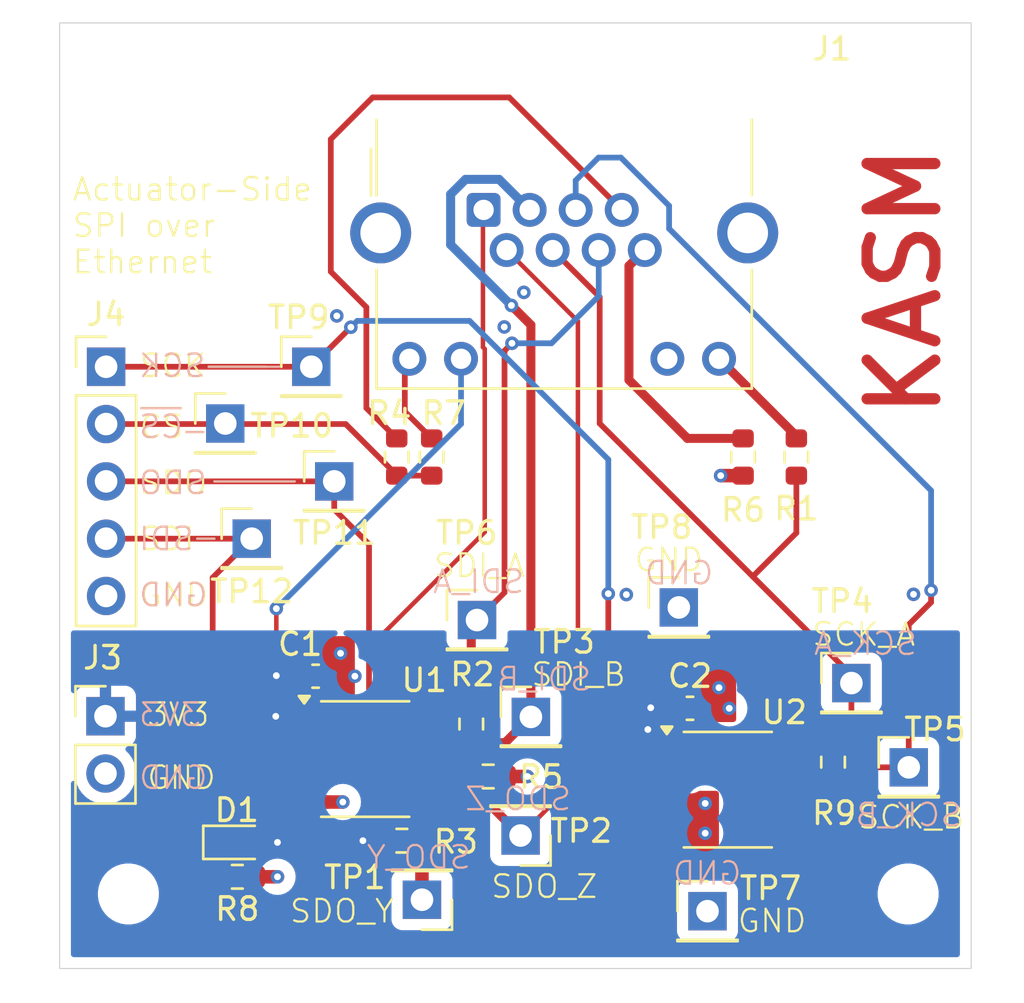
<source format=kicad_pcb>
(kicad_pcb (version 20240108) (generator "pcbnew") (generator_version "8.0")
  (layers (0 "F.Cu" signal) (1 "In1.Cu" signal) (2 "In2.Cu" signal) (31 "B.Cu" signal) (34 "B.Paste" user) (35 "F.Paste" user) (36 "B.SilkS" user "B.Silkscreen") (37 "F.SilkS" user "F.Silkscreen") (38 "B.Mask" user) (39 "F.Mask" user) (44 "Edge.Cuts" user))
  (net 0 "")
  (net 1 "+3V3")
  (net 2 "GND")
  (net 3 "Net-(J1-Pad8)")
  (net 4 "/SPI1_SDO_Z")
  (net 5 "/SPI1_SDI_A")
  (net 6 "/SPI1_SDI_B")
  (net 7 "Net-(J1-Pad9)")
  (net 8 "Net-(J1-Pad12)")
  (net 9 "Net-(J1-Pad7)")
  (net 10 "/SPI1_SDO_Y")
  (net 11 "/SPI1_SCK_A")
  (net 12 "/SPI1_~{CS}")
  (net 13 "/SPI1_SCK_B")
  (net 14 "/SPI1_SDO")
  (net 15 "/SPI1_SDI")
  (net 17 "/SPI1_SCK")
  (net 19 "Net-(D1-K)")
  (footprint "Resistor_SMD:R_0603_1608Metric" (layer "F.Cu") (at 126.4412 85.4324 -90)
    (property "Reference" "R2" (at -2.1966 -0.0508 180) (layer "F.SilkS"))
    (property "Value" "110")
    (fp_line (start -0.237258 0.5225) (end 0.237258 0.5225) (stroke (width 0.12)) (layer "F.SilkS"))
    (fp_line (start -0.237258 -0.5225) (end 0.237258 -0.5225) (stroke (width 0.12)) (layer "F.SilkS"))
    (pad "1" smd roundrect (at -0.825 0 270) (size 0.8 0.95) (layers "F.Cu" "F.Paste" "F.Mask") (net 5 "/SPI1_SDI_A"))
    (pad "2" smd roundrect (at 0.825 0 270) (size 0.8 0.95) (layers "F.Cu" "F.Paste" "F.Mask") (net 6 "/SPI1_SDI_B"))
  )
  (footprint "Resistor_SMD:R_0603_1608Metric" (layer "F.Cu") (at 138.4828 73.597 90)
    (property "Reference" "R6" (at -2.349 0 0) (layer "F.SilkS"))
    (property "Value" "0")
    (fp_line (start -0.237258 -0.5225) (end 0.237258 -0.5225) (stroke (width 0.12)) (layer "F.SilkS"))
    (fp_line (start -0.237258 0.5225) (end 0.237258 0.5225) (stroke (width 0.12)) (layer "F.SilkS"))
    (pad "1" smd roundrect (at -0.825 0 90) (size 0.8 0.95) (layers "F.Cu" "F.Paste" "F.Mask") (net 2 "GND"))
    (pad "2" smd roundrect (at 0.825 0 90) (size 0.8 0.95) (layers "F.Cu" "F.Paste" "F.Mask") (net 3 "Net-(J1-Pad8)"))
  )
  (footprint "Connector_PinHeader_2.54mm:PinHeader_1x01_P2.54mm_Vertical" (layer "F.Cu") (at 128.6256 90.3732 180)
    (property "Reference" "TP2" (at -2.6924 0.2032 180) (layer "F.SilkS"))
    (property "Value" "TestPoint")
    (fp_line (start 1.33 1.27) (end 1.33 1.33) (stroke (width 0.12)) (layer "F.SilkS"))
    (fp_line (start -1.33 1.33) (end 1.33 1.33) (stroke (width 0.12)) (layer "F.SilkS"))
    (fp_line (start -1.33 1.27) (end 1.33 1.27) (stroke (width 0.12)) (layer "F.SilkS"))
    (fp_line (start -1.33 1.27) (end -1.33 1.33) (stroke (width 0.12)) (layer "F.SilkS"))
    (fp_line (start -1.33 0) (end -1.33 -1.33) (stroke (width 0.12)) (layer "F.SilkS"))
    (fp_line (start -1.33 -1.33) (end 0 -1.33) (stroke (width 0.12)) (layer "F.SilkS"))
    (pad "1" thru_hole rect (at 0 0 180) (size 1.7 1.7) (drill 1) (layers "*.Cu" "*.Mask") (net 4 "/SPI1_SDO_Z"))
  )
  (footprint "Connector_PinHeader_2.54mm:PinHeader_1x01_P2.54mm_Vertical" (layer "F.Cu") (at 124.2568 93.218 180)
    (property "Reference" "TP1" (at 2.9718 0.9906 180) (layer "F.SilkS"))
    (property "Value" "TestPoint")
    (fp_line (start 1.33 1.27) (end 1.33 1.33) (stroke (width 0.12)) (layer "F.SilkS"))
    (fp_line (start -1.33 1.33) (end 1.33 1.33) (stroke (width 0.12)) (layer "F.SilkS"))
    (fp_line (start -1.33 1.27) (end 1.33 1.27) (stroke (width 0.12)) (layer "F.SilkS"))
    (fp_line (start -1.33 1.27) (end -1.33 1.33) (stroke (width 0.12)) (layer "F.SilkS"))
    (fp_line (start -1.33 0) (end -1.33 -1.33) (stroke (width 0.12)) (layer "F.SilkS"))
    (fp_line (start -1.33 -1.33) (end 0 -1.33) (stroke (width 0.12)) (layer "F.SilkS"))
    (pad "1" thru_hole rect (at 0 0 180) (size 1.7 1.7) (drill 1) (layers "*.Cu" "*.Mask") (net 10 "/SPI1_SDO_Y"))
  )
  (footprint "Capacitor_SMD:C_0603_1608Metric" (layer "F.Cu") (at 136.1316 84.7344)
    (property "Reference" "C2" (at 0 -1.43 0) (layer "F.SilkS"))
    (property "Value" "100nF")
    (fp_line (start -0.14058 -0.51) (end 0.14058 -0.51) (stroke (width 0.12)) (layer "F.SilkS"))
    (fp_line (start -0.14058 0.51) (end 0.14058 0.51) (stroke (width 0.12)) (layer "F.SilkS"))
    (pad "1" smd roundrect (at -0.775 0) (size 0.9 0.95) (layers "F.Cu" "F.Paste" "F.Mask") (net 1 "+3V3"))
    (pad "2" smd roundrect (at 0.775 0) (size 0.9 0.95) (layers "F.Cu" "F.Paste" "F.Mask") (net 2 "GND"))
  )
  (footprint "Package_SO:SOIC-8_3.9x4.9mm_P1.27mm" (layer "F.Cu") (at 121.7422 86.9838)
    (property "Reference" "U1" (at 2.6162 -3.494 0) (layer "F.SilkS"))
    (property "Value" "SP3077EEN")
    (fp_line (start 0 -2.56) (end -1.95 -2.56) (stroke (width 0.12)) (layer "F.SilkS"))
    (fp_line (start 0 -2.56) (end 1.95 -2.56) (stroke (width 0.12)) (layer "F.SilkS"))
    (fp_line (start 0 2.56) (end -1.95 2.56) (stroke (width 0.12)) (layer "F.SilkS"))
    (fp_line (start 0 2.56) (end 1.95 2.56) (stroke (width 0.12)) (layer "F.SilkS"))
    (fp_poly (pts (xy -2.7 -2.465) (xy -2.94 -2.795) (xy -2.46 -2.795) (xy -2.7 -2.465)) (stroke (width 0.12)) (fill solid) (layer "F.SilkS"))
    (pad "1" smd roundrect (at -2.475 -1.905) (size 1.95 0.6) (layers "F.Cu" "F.Paste" "F.Mask") (net 1 "+3V3"))
    (pad "2" smd roundrect (at -2.475 -0.635) (size 1.95 0.6) (layers "F.Cu" "F.Paste" "F.Mask") (net 15 "/SPI1_SDI"))
    (pad "3" smd roundrect (at -2.475 0.635) (size 1.95 0.6) (layers "F.Cu" "F.Paste" "F.Mask") (net 14 "/SPI1_SDO"))
    (pad "4" smd roundrect (at -2.475 1.905) (size 1.95 0.6) (layers "F.Cu" "F.Paste" "F.Mask") (net 2 "GND"))
    (pad "5" smd roundrect (at 2.475 1.905) (size 1.95 0.6) (layers "F.Cu" "F.Paste" "F.Mask") (net 10 "/SPI1_SDO_Y"))
    (pad "6" smd roundrect (at 2.475 0.635) (size 1.95 0.6) (layers "F.Cu" "F.Paste" "F.Mask") (net 4 "/SPI1_SDO_Z"))
    (pad "7" smd roundrect (at 2.475 -0.635) (size 1.95 0.6) (layers "F.Cu" "F.Paste" "F.Mask") (net 6 "/SPI1_SDI_B"))
    (pad "8" smd roundrect (at 2.475 -1.905) (size 1.95 0.6) (layers "F.Cu" "F.Paste" "F.Mask") (net 5 "/SPI1_SDI_A"))
  )
  (footprint "Connector_PinHeader_2.54mm:PinHeader_1x01_P2.54mm_Vertical" (layer "F.Cu") (at 119.3546 69.596)
    (property "Reference" "TP9" (at -0.5588 -2.1844 0) (layer "F.SilkS"))
    (property "Value" "TestPoint")
    (fp_line (start -1.33 -1.33) (end 0 -1.33) (stroke (width 0.12)) (layer "F.SilkS"))
    (fp_line (start -1.33 0) (end -1.33 -1.33) (stroke (width 0.12)) (layer "F.SilkS"))
    (fp_line (start -1.33 1.27) (end -1.33 1.33) (stroke (width 0.12)) (layer "F.SilkS"))
    (fp_line (start -1.33 1.27) (end 1.33 1.27) (stroke (width 0.12)) (layer "F.SilkS"))
    (fp_line (start -1.33 1.33) (end 1.33 1.33) (stroke (width 0.12)) (layer "F.SilkS"))
    (fp_line (start 1.33 1.27) (end 1.33 1.33) (stroke (width 0.12)) (layer "F.SilkS"))
    (pad "1" thru_hole rect (at 0 0) (size 1.7 1.7) (drill 1) (layers "*.Cu" "*.Mask") (net 17 "/SPI1_SCK"))
  )
  (footprint "Connector_PinHeader_2.54mm:PinHeader_1x01_P2.54mm_Vertical" (layer "F.Cu") (at 115.5446 72.1106)
    (property "Reference" "TP10" (at 2.9464 0.1016 0) (layer "F.SilkS"))
    (property "Value" "TestPoint")
    (fp_line (start -1.33 -1.33) (end 0 -1.33) (stroke (width 0.12)) (layer "F.SilkS"))
    (fp_line (start -1.33 0) (end -1.33 -1.33) (stroke (width 0.12)) (layer "F.SilkS"))
    (fp_line (start -1.33 1.27) (end -1.33 1.33) (stroke (width 0.12)) (layer "F.SilkS"))
    (fp_line (start -1.33 1.27) (end 1.33 1.27) (stroke (width 0.12)) (layer "F.SilkS"))
    (fp_line (start -1.33 1.33) (end 1.33 1.33) (stroke (width 0.12)) (layer "F.SilkS"))
    (fp_line (start 1.33 1.27) (end 1.33 1.33) (stroke (width 0.12)) (layer "F.SilkS"))
    (pad "1" thru_hole rect (at 0 0) (size 1.7 1.7) (drill 1) (layers "*.Cu" "*.Mask") (net 12 "/SPI1_~{CS}"))
  )
  (footprint "LED_SMD:LED_0603_1608Metric" (layer "F.Cu") (at 116.0525 90.678)
    (property "Reference" "D1" (at 0 -1.43 0) (layer "F.SilkS"))
    (property "Value" "Yellow")
    (fp_line (start -1.485 -0.735) (end -1.485 0.735) (stroke (width 0.12)) (layer "F.SilkS"))
    (fp_line (start -1.485 0.735) (end 0.8 0.735) (stroke (width 0.12)) (layer "F.SilkS"))
    (fp_line (start 0.8 -0.735) (end -1.485 -0.735) (stroke (width 0.12)) (layer "F.SilkS"))
    (pad "1" smd roundrect (at -0.7875 0) (size 0.875 0.95) (layers "F.Cu" "F.Paste" "F.Mask") (net 19 "Net-(D1-K)"))
    (pad "2" smd roundrect (at 0.7875 0) (size 0.875 0.95) (layers "F.Cu" "F.Paste" "F.Mask") (net 1 "+3V3"))
  )
  (footprint "MountingHole:MountingHole_2.2mm_M2" (layer "F.Cu") (at 145.796 92.964)
    (property "Reference" "H4" (hide yes))
    (property "Value" "MountingHole")
    (pad "" np_thru_hole circle (at 0 0) (size 2.2 2.2) (drill 2.2) (layers "*.Cu" "*.Mask"))
  )
  (footprint "Connector_PinHeader_2.54mm:PinHeader_1x01_P2.54mm_Vertical" (layer "F.Cu") (at 129.0828 85.1154)
    (property "Reference" "TP3" (at 1.4732 -3.3274 0) (layer "F.SilkS"))
    (property "Value" "TestPoint")
    (fp_line (start -1.33 -1.33) (end 0 -1.33) (stroke (width 0.12)) (layer "F.SilkS"))
    (fp_line (start -1.33 0) (end -1.33 -1.33) (stroke (width 0.12)) (layer "F.SilkS"))
    (fp_line (start -1.33 1.27) (end -1.33 1.33) (stroke (width 0.12)) (layer "F.SilkS"))
    (fp_line (start -1.33 1.27) (end 1.33 1.27) (stroke (width 0.12)) (layer "F.SilkS"))
    (fp_line (start -1.33 1.33) (end 1.33 1.33) (stroke (width 0.12)) (layer "F.SilkS"))
    (fp_line (start 1.33 1.27) (end 1.33 1.33) (stroke (width 0.12)) (layer "F.SilkS"))
    (pad "1" thru_hole rect (at 0 0) (size 1.7 1.7) (drill 1) (layers "*.Cu" "*.Mask") (net 6 "/SPI1_SDI_B"))
  )
  (footprint "MountingHole:MountingHole_2.2mm_M2" (layer "F.Cu") (at 111.252 92.964)
    (property "Reference" "H1" (hide yes))
    (property "Value" "MountingHole")
    (pad "" np_thru_hole circle (at 0 0) (size 2.2 2.2) (drill 2.2) (layers "*.Cu" "*.Mask"))
  )
  (footprint "Connector_PinHeader_2.54mm:PinHeader_1x01_P2.54mm_Vertical" (layer "F.Cu") (at 116.713 77.216)
    (property "Reference" "TP12" (at 0 2.3368 0) (layer "F.SilkS"))
    (property "Value" "TestPoint")
    (fp_line (start -1.33 -1.33) (end 0 -1.33) (stroke (width 0.12)) (layer "F.SilkS"))
    (fp_line (start -1.33 0) (end -1.33 -1.33) (stroke (width 0.12)) (layer "F.SilkS"))
    (fp_line (start -1.33 1.27) (end -1.33 1.33) (stroke (width 0.12)) (layer "F.SilkS"))
    (fp_line (start -1.33 1.27) (end 1.33 1.27) (stroke (width 0.12)) (layer "F.SilkS"))
    (fp_line (start -1.33 1.33) (end 1.33 1.33) (stroke (width 0.12)) (layer "F.SilkS"))
    (fp_line (start 1.33 1.27) (end 1.33 1.33) (stroke (width 0.12)) (layer "F.SilkS"))
    (pad "1" thru_hole rect (at 0 0) (size 1.7 1.7) (drill 1) (layers "*.Cu" "*.Mask") (net 15 "/SPI1_SDI"))
  )
  (footprint "MountingHole:MountingHole_2.2mm_M2" (layer "F.Cu") (at 111.252 57.404)
    (property "Reference" "H3" (hide yes))
    (property "Value" "MountingHole")
    (pad "" np_thru_hole circle (at 0 0) (size 2.2 2.2) (drill 2.2) (layers "*.Cu" "*.Mask"))
  )
  (footprint "Connector_PinHeader_2.54mm:PinHeader_1x01_P2.54mm_Vertical" (layer "F.Cu") (at 120.3706 74.676)
    (property "Reference" "TP11" (at 0 2.286 0) (layer "F.SilkS"))
    (property "Value" "TestPoint")
    (fp_line (start -1.33 -1.33) (end 0 -1.33) (stroke (width 0.12)) (layer "F.SilkS"))
    (fp_line (start -1.33 0) (end -1.33 -1.33) (stroke (width 0.12)) (layer "F.SilkS"))
    (fp_line (start -1.33 1.27) (end -1.33 1.33) (stroke (width 0.12)) (layer "F.SilkS"))
    (fp_line (start -1.33 1.27) (end 1.33 1.27) (stroke (width 0.12)) (layer "F.SilkS"))
    (fp_line (start -1.33 1.33) (end 1.33 1.33) (stroke (width 0.12)) (layer "F.SilkS"))
    (fp_line (start 1.33 1.27) (end 1.33 1.33) (stroke (width 0.12)) (layer "F.SilkS"))
    (pad "1" thru_hole rect (at 0 0) (size 1.7 1.7) (drill 1) (layers "*.Cu" "*.Mask") (net 14 "/SPI1_SDO"))
  )
  (footprint "Connector_RJ:RJ45_Connfly_DS1128-09-S8xx-S_Horizontal" (layer "F.Cu") (at 126.988 62.6434)
    (property "Reference" "J1" (at 15.4298 -7.1444 0) (layer "F.SilkS"))
    (property "Value" "RJ45_LED")
    (fp_line (start -4.99 -0.64) (end -4.99 -2.71) (stroke (width 0.12)) (layer "F.SilkS"))
    (fp_line (start -4.74 -0.64) (end -4.74 -4) (stroke (width 0.12)) (layer "F.SilkS"))
    (fp_line (start -4.74 7.92) (end -4.74 2.66) (stroke (width 0.12)) (layer "F.SilkS"))
    (fp_line (start 11.88 -4) (end 11.88 -0.65) (stroke (width 0.12)) (layer "F.SilkS"))
    (fp_line (start 11.88 2.66) (end 11.88 7.92) (stroke (width 0.12)) (layer "F.SilkS"))
    (fp_line (start 11.88 7.92) (end -4.74 7.92) (stroke (width 0.12)) (layer "F.SilkS"))
    (pad "" np_thru_hole circle (at -2.78 -2.54 180) (size 3.25 3.25) (drill 3.25) (layers "F&B.Cu" "*.Mask"))
    (pad "" np_thru_hole circle (at 9.92 -2.54 180) (size 3.25 3.25) (drill 3.25) (layers "F&B.Cu" "*.Mask"))
    (pad "1" thru_hole roundrect (at 0 0 180) (size 1.5 1.5) (drill 0.9) (layers "*.Cu" "*.Mask") (roundrect_rratio 0.1666666667) (net 10 "/SPI1_SDO_Y"))
    (pad "2" thru_hole circle (at 1.02 1.78 180) (size 1.5 1.5) (drill 0.9) (layers "*.Cu" "*.Mask") (net 4 "/SPI1_SDO_Z"))
    (pad "3" thru_hole circle (at 2.04 0 180) (size 1.5 1.5) (drill 0.9) (layers "*.Cu" "*.Mask") (net 6 "/SPI1_SDI_B"))
    (pad "4" thru_hole circle (at 3.06 1.78 180) (size 1.5 1.5) (drill 0.9) (layers "*.Cu" "*.Mask") (net 11 "/SPI1_SCK_A"))
    (pad "5" thru_hole circle (at 4.08 0 180) (size 1.5 1.5) (drill 0.9) (layers "*.Cu" "*.Mask") (net 13 "/SPI1_SCK_B"))
    (pad "6" thru_hole circle (at 5.1 1.78 180) (size 1.5 1.5) (drill 0.9) (layers "*.Cu" "*.Mask") (net 5 "/SPI1_SDI_A"))
    (pad "7" thru_hole circle (at 6.12 0 180) (size 1.5 1.5) (drill 0.9) (layers "*.Cu" "*.Mask") (net 9 "Net-(J1-Pad7)"))
    (pad "8" thru_hole circle (at 7.14 1.78 180) (size 1.5 1.5) (drill 0.9) (layers "*.Cu" "*.Mask") (net 3 "Net-(J1-Pad8)"))
    (pad "9" thru_hole circle (at -3.29 6.6 180) (size 1.5 1.5) (drill 0.9) (layers "*.Cu" "*.Mask") (net 7 "Net-(J1-Pad9)"))
    (pad "10" thru_hole circle (at -1 6.6 180) (size 1.5 1.5) (drill 0.9) (layers "*.Cu" "*.Mask") (net 1 "+3V3"))
    (pad "11" thru_hole circle (at 8.14 6.6 180) (size 1.5 1.5) (drill 0.9) (layers "*.Cu" "*.Mask") (net 2 "GND"))
    (pad "12" thru_hole circle (at 10.43 6.6 180) (size 1.5 1.5) (drill 0.9) (layers "*.Cu" "*.Mask") (net 8 "Net-(J1-Pad12)"))
    (pad "SH" thru_hole circle (at -4.56 1.02 180) (size 2.7 2.7) (drill 1.8) (layers "*.Cu" "*.Mask") (net 2 "GND"))
    (pad "SH" thru_hole circle (at 11.7 1.02 180) (size 2.7 2.7) (drill 1.8) (layers "*.Cu" "*.Mask") (net 2 "GND"))
  )
  (footprint "Resistor_SMD:R_0603_1608Metric" (layer "F.Cu") (at 123.1392 73.597 -90)
    (property "Reference" "R4" (at -1.9436 0.3302 180) (layer "F.SilkS"))
    (property "Value" "0")
    (fp_line (start -0.237258 0.5225) (end 0.237258 0.5225) (stroke (width 0.12)) (layer "F.SilkS"))
    (fp_line (start -0.237258 -0.5225) (end 0.237258 -0.5225) (stroke (width 0.12)) (layer "F.SilkS"))
    (pad "1" smd roundrect (at -0.825 0 270) (size 0.8 0.95) (layers "F.Cu" "F.Paste" "F.Mask") (net 9 "Net-(J1-Pad7)"))
    (pad "2" smd roundrect (at 0.825 0 270) (size 0.8 0.95) (layers "F.Cu" "F.Paste" "F.Mask") (net 12 "/SPI1_~{CS}"))
  )
  (footprint "Connector_PinHeader_2.54mm:PinHeader_1x01_P2.54mm_Vertical" (layer "F.Cu") (at 126.6952 80.8228)
    (property "Reference" "TP6" (at -0.4572 -3.8608 0) (layer "F.SilkS"))
    (property "Value" "TestPoint")
    (fp_line (start -1.33 -1.33) (end 0 -1.33) (stroke (width 0.12)) (layer "F.SilkS"))
    (fp_line (start -1.33 0) (end -1.33 -1.33) (stroke (width 0.12)) (layer "F.SilkS"))
    (fp_line (start -1.33 1.27) (end -1.33 1.33) (stroke (width 0.12)) (layer "F.SilkS"))
    (fp_line (start -1.33 1.27) (end 1.33 1.27) (stroke (width 0.12)) (layer "F.SilkS"))
    (fp_line (start -1.33 1.33) (end 1.33 1.33) (stroke (width 0.12)) (layer "F.SilkS"))
    (fp_line (start 1.33 1.27) (end 1.33 1.33) (stroke (width 0.12)) (layer "F.SilkS"))
    (pad "1" thru_hole rect (at 0 0) (size 1.7 1.7) (drill 1) (layers "*.Cu" "*.Mask") (net 5 "/SPI1_SDI_A"))
  )
  (footprint "Resistor_SMD:R_0603_1608Metric" (layer "F.Cu") (at 127.191 87.757 180)
    (property "Reference" "R5" (at -2.349 -0.0254 0) (layer "F.SilkS"))
    (property "Value" "620")
    (fp_line (start -0.237258 0.5225) (end 0.237258 0.5225) (stroke (width 0.12)) (layer "F.SilkS"))
    (fp_line (start -0.237258 -0.5225) (end 0.237258 -0.5225) (stroke (width 0.12)) (layer "F.SilkS"))
    (pad "1" smd roundrect (at -0.825 0 180) (size 0.8 0.95) (layers "F.Cu" "F.Paste" "F.Mask") (net 2 "GND"))
    (pad "2" smd roundrect (at 0.825 0 180) (size 0.8 0.95) (layers "F.Cu" "F.Paste" "F.Mask") (net 4 "/SPI1_SDO_Z"))
  )
  (footprint "Capacitor_SMD:C_0603_1608Metric" (layer "F.Cu") (at 119.5454 83.312)
    (property "Reference" "C1" (at -0.6858 -1.4224 180) (layer "F.SilkS"))
    (property "Value" "100nF")
    (fp_line (start -0.14058 -0.51) (end 0.14058 -0.51) (stroke (width 0.12)) (layer "F.SilkS"))
    (fp_line (start -0.14058 0.51) (end 0.14058 0.51) (stroke (width 0.12)) (layer "F.SilkS"))
    (pad "1" smd roundrect (at -0.775 0) (size 0.9 0.95) (layers "F.Cu" "F.Paste" "F.Mask") (net 1 "+3V3"))
    (pad "2" smd roundrect (at 0.775 0) (size 0.9 0.95) (layers "F.Cu" "F.Paste" "F.Mask") (net 2 "GND"))
  )
  (footprint "Connector_PinHeader_2.54mm:PinHeader_1x01_P2.54mm_Vertical" (layer "F.Cu") (at 135.636 80.264)
    (property "Reference" "TP8" (at -0.762 -3.556 0) (layer "F.SilkS"))
    (property "Value" "TestPoint")
    (fp_line (start -1.33 -1.33) (end 0 -1.33) (stroke (width 0.12)) (layer "F.SilkS"))
    (fp_line (start -1.33 0) (end -1.33 -1.33) (stroke (width 0.12)) (layer "F.SilkS"))
    (fp_line (start -1.33 1.27) (end -1.33 1.33) (stroke (width 0.12)) (layer "F.SilkS"))
    (fp_line (start -1.33 1.27) (end 1.33 1.27) (stroke (width 0.12)) (layer "F.SilkS"))
    (fp_line (start -1.33 1.33) (end 1.33 1.33) (stroke (width 0.12)) (layer "F.SilkS"))
    (fp_line (start 1.33 1.27) (end 1.33 1.33) (stroke (width 0.12)) (layer "F.SilkS"))
    (pad "1" thru_hole rect (at 0 0) (size 1.7 1.7) (drill 1) (layers "*.Cu" "*.Mask") (net 2 "GND"))
  )
  (footprint "Resistor_SMD:R_0603_1608Metric" (layer "F.Cu") (at 140.843 73.597 -90)
    (property "Reference" "R1" (at 2.286 0 180) (layer "F.SilkS"))
    (property "Value" "1k")
    (fp_line (start -0.237258 0.5225) (end 0.237258 0.5225) (stroke (width 0.12)) (layer "F.SilkS"))
    (fp_line (start -0.237258 -0.5225) (end 0.237258 -0.5225) (stroke (width 0.12)) (layer "F.SilkS"))
    (pad "1" smd roundrect (at -0.825 0 270) (size 0.8 0.95) (layers "F.Cu" "F.Paste" "F.Mask") (net 8 "Net-(J1-Pad12)"))
    (pad "2" smd roundrect (at 0.825 0 270) (size 0.8 0.95) (layers "F.Cu" "F.Paste" "F.Mask") (net 11 "/SPI1_SCK_A"))
  )
  (footprint "Resistor_SMD:R_0603_1608Metric" (layer "F.Cu") (at 123.3678 90.6018 180)
    (property "Reference" "R3" (at -2.3876 -0.0508 180) (layer "F.SilkS"))
    (property "Value" "620")
    (fp_line (start -0.237258 0.5225) (end 0.237258 0.5225) (stroke (width 0.12)) (layer "F.SilkS"))
    (fp_line (start -0.237258 -0.5225) (end 0.237258 -0.5225) (stroke (width 0.12)) (layer "F.SilkS"))
    (pad "1" smd roundrect (at -0.825 0 180) (size 0.8 0.95) (layers "F.Cu" "F.Paste" "F.Mask") (net 10 "/SPI1_SDO_Y"))
    (pad "2" smd roundrect (at 0.825 0 180) (size 0.8 0.95) (layers "F.Cu" "F.Paste" "F.Mask") (net 1 "+3V3"))
  )
  (footprint "Resistor_SMD:R_0603_1608Metric" (layer "F.Cu") (at 142.4686 87.122 -90)
    (property "Reference" "R9" (at 2.2606 -0.0508 180) (layer "F.SilkS"))
    (property "Value" "110")
    (fp_line (start -0.237258 0.5225) (end 0.237258 0.5225) (stroke (width 0.12)) (layer "F.SilkS"))
    (fp_line (start -0.237258 -0.5225) (end 0.237258 -0.5225) (stroke (width 0.12)) (layer "F.SilkS"))
    (pad "1" smd roundrect (at -0.825 0 270) (size 0.8 0.95) (layers "F.Cu" "F.Paste" "F.Mask") (net 11 "/SPI1_SCK_A"))
    (pad "2" smd roundrect (at 0.825 0 270) (size 0.8 0.95) (layers "F.Cu" "F.Paste" "F.Mask") (net 13 "/SPI1_SCK_B"))
  )
  (footprint "Package_SO:SOIC-8_3.9x4.9mm_P1.27mm" (layer "F.Cu") (at 137.8062 88.3412)
    (property "Reference" "U2" (at 2.5034 -3.429 0) (layer "F.SilkS"))
    (property "Value" "SP3077EEN")
    (fp_line (start 0 -2.56) (end -1.95 -2.56) (stroke (width 0.12)) (layer "F.SilkS"))
    (fp_line (start 0 -2.56) (end 1.95 -2.56) (stroke (width 0.12)) (layer "F.SilkS"))
    (fp_line (start 0 2.56) (end -1.95 2.56) (stroke (width 0.12)) (layer "F.SilkS"))
    (fp_line (start 0 2.56) (end 1.95 2.56) (stroke (width 0.12)) (layer "F.SilkS"))
    (fp_poly (pts (xy -2.7 -2.465) (xy -2.94 -2.795) (xy -2.46 -2.795) (xy -2.7 -2.465)) (stroke (width 0.12)) (fill solid) (layer "F.SilkS"))
    (pad "1" smd roundrect (at -2.475 -1.905) (size 1.95 0.6) (layers "F.Cu" "F.Paste" "F.Mask") (net 1 "+3V3"))
    (pad "2" smd roundrect (at -2.475 -0.635) (size 1.95 0.6) (layers "F.Cu" "F.Paste" "F.Mask") (net 17 "/SPI1_SCK"))
    (pad "3" smd roundrect (at -2.475 0.635) (size 1.95 0.6) (layers "F.Cu" "F.Paste" "F.Mask") (net 2 "GND"))
    (pad "4" smd roundrect (at -2.475 1.905) (size 1.95 0.6) (layers "F.Cu" "F.Paste" "F.Mask") (net 2 "GND"))
    (pad "5" smd roundrect (at 2.475 1.905) (size 1.95 0.6) (layers "F.Cu" "F.Paste" "F.Mask"))
    (pad "6" smd roundrect (at 2.475 0.635) (size 1.95 0.6) (layers "F.Cu" "F.Paste" "F.Mask"))
    (pad "7" smd roundrect (at 2.475 -0.635) (size 1.95 0.6) (layers "F.Cu" "F.Paste" "F.Mask") (net 13 "/SPI1_SCK_B"))
    (pad "8" smd roundrect (at 2.475 -1.905) (size 1.95 0.6) (layers "F.Cu" "F.Paste" "F.Mask") (net 11 "/SPI1_SCK_A"))
  )
  (footprint "Resistor_SMD:R_0603_1608Metric" (layer "F.Cu") (at 124.6886 73.597 90)
    (property "Reference" "R7" (at 1.9436 0.5334 0) (layer "F.SilkS"))
    (property "Value" "1k")
    (fp_line (start -0.237258 -0.5225) (end 0.237258 -0.5225) (stroke (width 0.12)) (layer "F.SilkS"))
    (fp_line (start -0.237258 0.5225) (end 0.237258 0.5225) (stroke (width 0.12)) (layer "F.SilkS"))
    (pad "1" smd roundrect (at -0.825 0 90) (size 0.8 0.95) (layers "F.Cu" "F.Paste" "F.Mask") (net 12 "/SPI1_~{CS}"))
    (pad "2" smd roundrect (at 0.825 0 90) (size 0.8 0.95) (layers "F.Cu" "F.Paste" "F.Mask") (net 7 "Net-(J1-Pad9)"))
  )
  (footprint "MountingHole:MountingHole_2.2mm_M2" (layer "F.Cu") (at 145.796 57.404)
    (property "Reference" "H2" (hide yes))
    (property "Value" "MountingHole")
    (pad "" np_thru_hole circle (at 0 0) (size 2.2 2.2) (drill 2.2) (layers "*.Cu" "*.Mask"))
  )
  (footprint "Connector_PinHeader_2.54mm:PinHeader_1x05_P2.54mm_Vertical" (layer "F.Cu") (at 110.2632 69.596)
    (property "Reference" "J4" (at 0 -2.33 0) (layer "F.SilkS"))
    (property "Value" "Conn_01x05")
    (fp_line (start -1.33 -1.33) (end 0 -1.33) (stroke (width 0.12)) (layer "F.SilkS"))
    (fp_line (start -1.33 0) (end -1.33 -1.33) (stroke (width 0.12)) (layer "F.SilkS"))
    (fp_line (start -1.33 1.27) (end -1.33 11.49) (stroke (width 0.12)) (layer "F.SilkS"))
    (fp_line (start -1.33 1.27) (end 1.33 1.27) (stroke (width 0.12)) (layer "F.SilkS"))
    (fp_line (start -1.33 11.49) (end 1.33 11.49) (stroke (width 0.12)) (layer "F.SilkS"))
    (fp_line (start 1.33 1.27) (end 1.33 11.49) (stroke (width 0.12)) (layer "F.SilkS"))
    (pad "1" thru_hole rect (at 0 0) (size 1.7 1.7) (drill 1) (layers "*.Cu" "*.Mask") (net 17 "/SPI1_SCK"))
    (pad "2" thru_hole oval (at 0 2.54) (size 1.7 1.7) (drill 1) (layers "*.Cu" "*.Mask") (net 12 "/SPI1_~{CS}"))
    (pad "3" thru_hole oval (at 0 5.08) (size 1.7 1.7) (drill 1) (layers "*.Cu" "*.Mask") (net 14 "/SPI1_SDO"))
    (pad "4" thru_hole oval (at 0 7.62) (size 1.7 1.7) (drill 1) (layers "*.Cu" "*.Mask") (net 15 "/SPI1_SDI"))
    (pad "5" thru_hole oval (at 0 10.16) (size 1.7 1.7) (drill 1) (layers "*.Cu" "*.Mask") (net 2 "GND"))
  )
  (footprint "Connector_PinHeader_2.54mm:PinHeader_1x01_P2.54mm_Vertical" (layer "F.Cu") (at 143.2814 83.6168)
    (property "Reference" "TP4" (at -0.4064 -3.6322 0) (layer "F.SilkS"))
    (property "Value" "TestPoint")
    (fp_line (start -1.33 -1.33) (end 0 -1.33) (stroke (width 0.12)) (layer "F.SilkS"))
    (fp_line (start -1.33 0) (end -1.33 -1.33) (stroke (width 0.12)) (layer "F.SilkS"))
    (fp_line (start -1.33 1.27) (end -1.33 1.33) (stroke (width 0.12)) (layer "F.SilkS"))
    (fp_line (start -1.33 1.27) (end 1.33 1.27) (stroke (width 0.12)) (layer "F.SilkS"))
    (fp_line (start -1.33 1.33) (end 1.33 1.33) (stroke (width 0.12)) (layer "F.SilkS"))
    (fp_line (start 1.33 1.27) (end 1.33 1.33) (stroke (width 0.12)) (layer "F.SilkS"))
    (pad "1" thru_hole rect (at 0 0) (size 1.7 1.7) (drill 1) (layers "*.Cu" "*.Mask") (net 11 "/SPI1_SCK_A"))
  )
  (footprint "Connector_PinHeader_2.54mm:PinHeader_1x02_P2.54mm_Vertical" (layer "F.Cu") (at 110.236 85.085)
    (property "Reference" "J3" (at -0.127 -2.5908 0) (layer "F.SilkS"))
    (property "Value" "Conn_01x02")
    (fp_line (start -1.33 -1.33) (end 0 -1.33) (stroke (width 0.12)) (layer "F.SilkS"))
    (fp_line (start -1.33 0) (end -1.33 -1.33) (stroke (width 0.12)) (layer "F.SilkS"))
    (fp_line (start -1.33 1.27) (end -1.33 3.87) (stroke (width 0.12)) (layer "F.SilkS"))
    (fp_line (start -1.33 1.27) (end 1.33 1.27) (stroke (width 0.12)) (layer "F.SilkS"))
    (fp_line (start -1.33 3.87) (end 1.33 3.87) (stroke (width 0.12)) (layer "F.SilkS"))
    (fp_line (start 1.33 1.27) (end 1.33 3.87) (stroke (width 0.12)) (layer "F.SilkS"))
    (pad "1" thru_hole rect (at 0 0) (size 1.7 1.7) (drill 1) (layers "*.Cu" "*.Mask") (net 1 "+3V3"))
    (pad "2" thru_hole oval (at 0 2.54) (size 1.7 1.7) (drill 1) (layers "*.Cu" "*.Mask") (net 2 "GND"))
  )
  (footprint "Resistor_SMD:R_0603_1608Metric" (layer "F.Cu") (at 116.078 92.202 180)
    (property "Reference" "R8" (at 0 -1.43 180) (layer "F.SilkS"))
    (property "Value" "1k")
    (fp_line (start -0.237258 0.5225) (end 0.237258 0.5225) (stroke (width 0.12)) (layer "F.SilkS"))
    (fp_line (start -0.237258 -0.5225) (end 0.237258 -0.5225) (stroke (width 0.12)) (layer "F.SilkS"))
    (pad "1" smd roundrect (at -0.825 0 180) (size 0.8 0.95) (layers "F.Cu" "F.Paste" "F.Mask") (net 2 "GND"))
    (pad "2" smd roundrect (at 0.825 0 180) (size 0.8 0.95) (layers "F.Cu" "F.Paste" "F.Mask") (net 19 "Net-(D1-K)"))
  )
  (footprint "Connector_PinHeader_2.54mm:PinHeader_1x01_P2.54mm_Vertical" (layer "F.Cu") (at 145.8214 87.3506)
    (property "Reference" "TP5" (at 1.1684 -1.6764 0) (layer "F.SilkS"))
    (property "Value" "TestPoint")
    (fp_line (start -1.33 -1.33) (end 0 -1.33) (stroke (width 0.12)) (layer "F.SilkS"))
    (fp_line (start -1.33 0) (end -1.33 -1.33) (stroke (width 0.12)) (layer "F.SilkS"))
    (fp_line (start -1.33 1.27) (end -1.33 1.33) (stroke (width 0.12)) (layer "F.SilkS"))
    (fp_line (start -1.33 1.27) (end 1.33 1.27) (stroke (width 0.12)) (layer "F.SilkS"))
    (fp_line (start -1.33 1.33) (end 1.33 1.33) (stroke (width 0.12)) (layer "F.SilkS"))
    (fp_line (start 1.33 1.27) (end 1.33 1.33) (stroke (width 0.12)) (layer "F.SilkS"))
    (pad "1" thru_hole rect (at 0 0) (size 1.7 1.7) (drill 1) (layers "*.Cu" "*.Mask") (net 13 "/SPI1_SCK_B"))
  )
  (footprint "Connector_PinHeader_2.54mm:PinHeader_1x01_P2.54mm_Vertical" (layer "F.Cu") (at 136.906 93.726)
    (property "Reference" "TP7" (at 2.794 -1.016 0) (layer "F.SilkS"))
    (property "Value" "TestPoint")
    (fp_line (start -1.33 -1.33) (end 0 -1.33) (stroke (width 0.12)) (layer "F.SilkS"))
    (fp_line (start -1.33 0) (end -1.33 -1.33) (stroke (width 0.12)) (layer "F.SilkS"))
    (fp_line (start -1.33 1.27) (end -1.33 1.33) (stroke (width 0.12)) (layer "F.SilkS"))
    (fp_line (start -1.33 1.27) (end 1.33 1.27) (stroke (width 0.12)) (layer "F.SilkS"))
    (fp_line (start -1.33 1.33) (end 1.33 1.33) (stroke (width 0.12)) (layer "F.SilkS"))
    (fp_line (start 1.33 1.27) (end 1.33 1.33) (stroke (width 0.12)) (layer "F.SilkS"))
    (pad "1" thru_hole rect (at 0 0) (size 1.7 1.7) (drill 1) (layers "*.Cu" "*.Mask") (net 2 "GND"))
  )
  (gr_line (start 115.062 74.676) (end 118.618 74.676) (stroke (width 0.1)) (layer "B.SilkS"))
  (gr_line (start 114.808 69.596) (end 117.9322 69.596) (stroke (width 0.1)) (layer "B.SilkS"))
  (gr_line (start 114.3 77.216) (end 115.062 77.216) (stroke (width 0.1)) (layer "B.SilkS"))
  (gr_line (start 113.8174 72.4916) (end 114.5794 72.4916) (stroke (width 0.1)) (layer "B.SilkS"))
  (gr_line (start 115.062 74.676) (end 118.618 74.676) (stroke (width 0.1)) (layer "F.SilkS"))
  (gr_line (start 114.3 77.216) (end 115.062 77.216) (stroke (width 0.1)) (layer "F.SilkS"))
  (gr_line (start 113.8174 72.4916) (end 114.5794 72.4916) (stroke (width 0.1)) (layer "F.SilkS"))
  (gr_line (start 114.808 69.596) (end 117.348 69.596) (stroke (width 0.1)) (layer "F.SilkS"))
  (gr_rect (start 108.204 54.356) (end 148.59 96.266) (stroke (width 0.05)) (fill none) (layer "Edge.Cuts"))
  (gr_text "KASM" (at 147.3708 72.0598 90) (layer "F.Cu") (effects (font (size 3 3) (thickness 0.5) (bold yes)) (justify left bottom)))
  (gr_text "SDI" (at 114.21237 77.809665 -0) (layer "B.SilkS") (effects (font (size 1 1) (thickness 0.1)) (justify left bottom mirror)))
  (gr_text "GND" (at 114.831418 80.2955 -0) (layer "B.SilkS") (effects (font (size 1 1) (thickness 0.1)) (justify left bottom mirror)))
  (gr_text "3V3" (at 114.545704 85.598 -0) (layer "B.SilkS") (effects (font (size 1 1) (thickness 0.1)) (justify left bottom mirror)))
  (gr_text "SCK" (at 114.73618 70.1355 -0) (layer "B.SilkS") (effects (font (size 1 1) (thickness 0.1)) (justify left bottom mirror)))
  (gr_text "GND" (at 114.831418 88.392 -0) (layer "B.SilkS") (effects (font (size 1 1) (thickness 0.1)) (justify left bottom mirror)))
  (gr_text "GND" (at 138.4808 92.6338 -0) (layer "B.SilkS") (effects (font (size 1 1) (thickness 0.1)) (justify left bottom mirror)))
  (gr_text "SDI_B" (at 131.826 84.0232 -0) (layer "B.SilkS") (effects (font (size 1 1) (thickness 0.1)) (justify left bottom mirror)))
  (gr_text "SCK_A" (at 146.2532 82.4484 -0) (layer "B.SilkS") (effects (font (size 1 1) (thickness 0.1)) (justify left bottom mirror)))
  (gr_text "SDO" (at 114.783799 75.323832 -0) (layer "B.SilkS") (effects (font (size 1 1) (thickness 0.1)) (justify left bottom mirror)))
  (gr_text "~{CS}" (at 113.73618 72.837999 -0) (layer "B.SilkS") (effects (font (size 1 1) (thickness 0.1)) (justify left bottom mirror)))
  (gr_text "SDO_Y" (at 126.492 91.9226 -0) (layer "B.SilkS") (effects (font (size 1 1) (thickness 0.1)) (justify left bottom mirror)))
  (gr_text "SDO_Z" (at 130.937 89.3318 -0) (layer "B.SilkS") (effects (font (size 1 1) (thickness 0.1)) (justify left bottom mirror)))
  (gr_text "SDI_A" (at 128.8542 79.7052 -0) (layer "B.SilkS") (effects (font (size 1 1) (thickness 0.1)) (justify left bottom mirror)))
  (gr_text "SCK_B" (at 148.2344 90.043 -0) (layer "B.SilkS") (effects (font (size 1 1) (thickness 0.1)) (justify left bottom mirror)))
  (gr_text "GND" (at 137.2362 79.3242 -0) (layer "B.SilkS") (effects (font (size 1 1) (thickness 0.1)) (justify left bottom mirror)))
  (gr_text "SDO_Z" (at 127.254 93.218 0) (layer "F.SilkS") (effects (font (size 1 1) (thickness 0.1)) (justify left bottom)))
  (gr_text "SCK_A" (at 141.478 82.042 0) (layer "F.SilkS") (effects (font (size 1 1) (thickness 0.1)) (justify left bottom)))
  (gr_text "SDI_A" (at 124.714 78.994 0) (layer "F.SilkS") (effects (font (size 1 1) (thickness 0.1)) (justify left bottom)))
  (gr_text "SDO" (at 111.6838 75.323832 0) (layer "F.SilkS") (effects (font (size 1 1) (thickness 0.1)) (justify left bottom)))
  (gr_text "SCK" (at 111.6838 70.1355 0) (layer "F.SilkS") (effects (font (size 1 1) (thickness 0.1)) (justify left bottom)))
  (gr_text "GND" (at 138.176 94.742 0) (layer "F.SilkS") (effects (font (size 1 1) (thickness 0.1)) (justify left bottom)))
  (gr_text "GND" (at 111.6838 80.2955 0) (layer "F.SilkS") (effects (font (size 1 1) (thickness 0.1)) (justify left bottom)))
  (gr_text "GND" (at 133.604 78.74 0) (layer "F.SilkS") (effects (font (size 1 1) (thickness 0.1)) (justify left bottom)))
  (gr_text "SDO_Y" (at 118.3386 94.3102 0) (layer "F.SilkS") (effects (font (size 1 1) (thickness 0.1)) (justify left bottom)))
  (gr_text "GND" (at 112.014 88.392 0) (layer "F.SilkS") (effects (font (size 1 1) (thickness 0.1)) (justify left bottom)))
  (gr_text "SDI" (at 111.6838 77.809665 0) (layer "F.SilkS") (effects (font (size 1 1) (thickness 0.1)) (justify left bottom)))
  (gr_text "SDI_B" (at 129.032 83.82 0) (layer "F.SilkS") (effects (font (size 1 1) (thickness 0.1)) (justify left bottom)))
  (gr_text "~{CS}" (at 111.6838 72.837999 0) (layer "F.SilkS") (effects (font (size 1 1) (thickness 0.1)) (justify left bottom)))
  (gr_text "3V3" (at 112.014 85.598 0) (layer "F.SilkS") (effects (font (size 1 1) (thickness 0.1)) (justify left bottom)))
  (gr_text "Actuator-Side \nSPI over\nEthernet" (at 108.712 65.532 0) (layer "F.SilkS") (effects (font (size 1 1) (thickness 0.1)) (justify left bottom)))
  (gr_text "SCK_B" (at 143.51 90.1446 0) (layer "F.SilkS") (effects (font (size 1 1) (thickness 0.1)) (justify left bottom)))
  (segment (start 116.84 90.678) (end 117.856 90.678) (width 0.6) (layer "F.Cu") (net 1))
  (segment (start 121.6406 90.6018) (end 122.5428 90.6018) (width 0.6) (layer "F.Cu") (net 1))
  (segment (start 117.8052 83.2866) (end 117.8052 80.3148) (width 0.2) (layer "F.Cu") (net 1))
  (via (at 117.8052 83.2866) (size 0.6) (drill 0.3) (layers "F.Cu" "B.Cu") (net 1))
  (via (at 134.2644 85.6742) (size 0.6) (drill 0.3) (layers "F.Cu" "B.Cu") (net 1))
  (via (at 121.6406 90.6018) (size 0.6) (drill 0.3) (layers "F.Cu" "B.Cu") (net 1))
  (via (at 117.856 90.678) (size 0.6) (drill 0.3) (layers "F.Cu" "B.Cu") (net 1))
  (via (at 117.8052 80.3148) (size 0.6) (drill 0.3) (layers "F.Cu" "B.Cu") (net 1))
  (via (at 134.3914 84.709) (size 0.6) (drill 0.3) (layers "F.Cu" "B.Cu") (net 1))
  (via (at 117.7798 85.09) (size 0.6) (drill 0.3) (layers "F.Cu" "B.Cu") (net 1))
  (segment (start 117.8052 80.3148) (end 125.988 72.132) (width 0.254) (layer "B.Cu") (net 1))
  (segment (start 125.988 72.132) (end 125.988 69.2434) (width 0.254) (layer "B.Cu") (net 1))
  (segment (start 120.7516 88.8888) (end 119.2672 88.8888) (width 0.6) (layer "F.Cu") (net 2))
  (segment (start 128.016 87.757) (end 128.9304 87.757) (width 0.6) (layer "F.Cu") (net 2))
  (segment (start 116.903 92.202) (end 117.856 92.202) (width 0.6) (layer "F.Cu") (net 2))
  (segment (start 137.4902 74.422) (end 138.4828 74.422) (width 0.6) (layer "F.Cu") (net 2))
  (via (at 136.8044 88.9508) (size 0.6) (drill 0.3) (layers "F.Cu" "B.Cu") (net 2))
  (via (at 137.4902 74.422) (size 0.6) (drill 0.3) (layers "F.Cu" "B.Cu") (net 2))
  (via (at 128.770192 66.298189) (size 0.6) (drill 0.3) (layers "F.Cu" "B.Cu") (net 2))
  (via (at 137.414 83.82) (size 0.6) (drill 0.3) (layers "F.Cu" "B.Cu") (net 2))
  (via (at 117.856 92.202) (size 0.6) (drill 0.3) (layers "F.Cu" "B.Cu") (net 2))
  (via (at 128.9304 87.757) (size 0.6) (drill 0.3) (layers "F.Cu" "B.Cu") (net 2))
  (via (at 120.483976 67.341807) (size 0.6) (drill 0.3) (layers "F.Cu" "B.Cu") (net 2))
  (via (at 120.65 82.296) (size 0.6) (drill 0.3) (layers "F.Cu" "B.Cu") (net 2))
  (via (at 137.8712 84.7344) (size 0.6) (drill 0.3) (layers "F.Cu" "B.Cu") (net 2))
  (via (at 133.310804 79.694351) (size 0.6) (drill 0.3) (layers "F.Cu" "B.Cu") (net 2))
  (via (at 120.7516 88.8888) (size 0.6) (drill 0.3) (layers "F.Cu" "B.Cu") (net 2))
  (via (at 146.032485 79.681888) (size 0.6) (drill 0.3) (layers "F.Cu" "B.Cu") (net 2))
  (via (at 136.8044 90.2716) (size 0.6) (drill 0.3) (layers "F.Cu" "B.Cu") (net 2))
  (via (at 127.90213 67.831607) (size 0.6) (drill 0.3) (layers "F.Cu" "B.Cu") (net 2))
  (via (at 121.285 83.312) (size 0.6) (drill 0.3) (layers "F.Cu" "B.Cu") (net 2))
  (segment (start 138.4828 72.772) (end 136.018 72.772) (width 0.4) (layer "F.Cu") (net 3))
  (segment (start 136.018 72.772) (end 133.4262 70.1802) (width 0.4) (layer "F.Cu") (net 3))
  (segment (start 134.128 64.4234) (end 133.9342 64.6172) (width 0.4) (layer "F.Cu") (net 3))
  (segment (start 133.4262 65.1252) (end 134.128 64.4234) (width 0.4) (layer "F.Cu") (net 3))
  (segment (start 133.4262 70.1802) (end 133.4262 65.1252) (width 0.4) (layer "F.Cu") (net 3))
  (segment (start 131.1656 87.8332) (end 128.6256 90.3732) (width 0.2) (layer "F.Cu") (net 4))
  (segment (start 126.366 87.757) (end 126.366 88.1136) (width 0.4) (layer "F.Cu") (net 4))
  (segment (start 126.366 88.1136) (end 128.6256 90.3732) (width 0.4) (layer "F.Cu") (net 4))
  (segment (start 131.1656 67.581) (end 131.1656 87.8332) (width 0.2) (layer "F.Cu") (net 4))
  (segment (start 128.008 64.4234) (end 131.1656 67.581) (width 0.2) (layer "F.Cu") (net 4))
  (segment (start 126.2278 87.6188) (end 126.366 87.757) (width 0.4) (layer "F.Cu") (net 4))
  (segment (start 124.2172 87.6188) (end 126.2278 87.6188) (width 0.4) (layer "F.Cu") (net 4))
  (segment (start 127.9144 79.6036) (end 126.6952 80.8228) (width 0.254) (layer "F.Cu") (net 5))
  (segment (start 126.4412 81.0768) (end 126.6952 80.8228) (width 0.4) (layer "F.Cu") (net 5))
  (segment (start 128.2446 68.5546) (end 127.9144 68.8848) (width 0.254) (layer "F.Cu") (net 5))
  (segment (start 124.2172 85.0788) (end 125.9698 85.0788) (width 0.4) (layer "F.Cu") (net 5))
  (segment (start 126.4412 84.6074) (end 126.4412 81.0768) (width 0.4) (layer "F.Cu") (net 5))
  (segment (start 125.9698 85.0788) (end 126.4412 84.6074) (width 0.4) (layer "F.Cu") (net 5))
  (segment (start 127.9144 68.8848) (end 127.9144 79.6036) (width 0.254) (layer "F.Cu") (net 5))
  (via (at 128.2446 68.5546) (size 0.6) (drill 0.3) (layers "F.Cu" "B.Cu") (net 5))
  (segment (start 128.2446 68.5546) (end 129.9972 68.5546) (width 0.254) (layer "B.Cu") (net 5))
  (segment (start 132.088 66.4638) (end 132.088 64.4234) (width 0.254) (layer "B.Cu") (net 5))
  (segment (start 129.9972 68.5546) (end 132.088 66.4638) (width 0.254) (layer "B.Cu") (net 5))
  (segment (start 126.3498 86.3488) (end 126.4412 86.2574) (width 0.4) (layer "F.Cu") (net 6))
  (segment (start 124.2172 86.3488) (end 126.3498 86.3488) (width 0.4) (layer "F.Cu") (net 6))
  (segment (start 126.4412 86.2574) (end 127.9408 86.2574) (width 0.4) (layer "F.Cu") (net 6))
  (segment (start 129.0828 85.1154) (end 129.0828 67.7418) (width 0.4) (layer "F.Cu") (net 6))
  (segment (start 127.9408 86.2574) (end 129.0828 85.1154) (width 0.4) (layer "F.Cu") (net 6))
  (segment (start 129.0828 67.7418) (end 128.2192 66.8782) (width 0.4) (layer "F.Cu") (net 6))
  (via (at 128.2192 66.8782) (size 0.6) (drill 0.3) (layers "F.Cu" "B.Cu") (net 6))
  (segment (start 125.5268 61.9506) (end 126.1872 61.2902) (width 0.4) (layer "B.Cu") (net 6))
  (segment (start 128.2192 66.8782) (end 125.5268 64.1858) (width 0.4) (layer "B.Cu") (net 6))
  (segment (start 127.6748 61.2902) (end 129.028 62.6434) (width 0.4) (layer "B.Cu") (net 6))
  (segment (start 126.1872 61.2902) (end 127.6748 61.2902) (width 0.4) (layer "B.Cu") (net 6))
  (segment (start 125.5268 64.1858) (end 125.5268 61.9506) (width 0.4) (layer "B.Cu") (net 6))
  (segment (start 123.4968 71.5802) (end 123.4968 69.4446) (width 0.254) (layer "F.Cu") (net 7))
  (segment (start 123.4968 69.4446) (end 123.698 69.2434) (width 0.254) (layer "F.Cu") (net 7))
  (segment (start 124.6886 72.772) (end 123.4968 71.5802) (width 0.254) (layer "F.Cu") (net 7))
  (segment (start 140.843 72.6684) (end 137.418 69.2434) (width 0.4) (layer "F.Cu") (net 8))
  (segment (start 140.843 72.772) (end 140.843 72.6684) (width 0.4) (layer "F.Cu") (net 8))
  (segment (start 120.2182 65.3796) (end 120.2182 59.5122) (width 0.254) (layer "F.Cu") (net 9))
  (segment (start 120.2182 59.5122) (end 122.0724 57.658) (width 0.254) (layer "F.Cu") (net 9))
  (segment (start 121.793 66.9544) (end 120.2182 65.3796) (width 0.254) (layer "F.Cu") (net 9))
  (segment (start 128.1226 57.658) (end 133.108 62.6434) (width 0.254) (layer "F.Cu") (net 9))
  (segment (start 123.1392 72.772) (end 121.793 71.4258) (width 0.254) (layer "F.Cu") (net 9))
  (segment (start 122.0724 57.658) (end 128.1226 57.658) (width 0.254) (layer "F.Cu") (net 9))
  (segment (start 121.793 71.4258) (end 121.793 66.9544) (width 0.254) (layer "F.Cu") (net 9))
  (segment (start 124.2568 90.6658) (end 124.1928 90.6018) (width 0.6) (layer "F.Cu") (net 10))
  (segment (start 127.038 68.808475) (end 127.038 76.924) (width 0.2) (layer "F.Cu") (net 10))
  (segment (start 124.1928 88.9132) (end 124.2172 88.8888) (width 0.6) (layer "F.Cu") (net 10))
  (segment (start 127.038 76.924) (end 122.5804 81.3816) (width 0.2) (layer "F.Cu") (net 10))
  (segment (start 126.958 68.728475) (end 127.038 68.808475) (width 0.2) (layer "F.Cu") (net 10))
  (segment (start 126.988 62.6434) (end 126.958 62.6734) (width 0.2) (layer "F.Cu") (net 10))
  (segment (start 124.1928 90.6018) (end 124.1928 88.9132) (width 0.6) (layer "F.Cu") (net 10))
  (segment (start 123.4582 88.8888) (end 124.2172 88.8888) (width 0.2) (layer "F.Cu") (net 10))
  (segment (start 122.5804 81.3816) (end 122.5804 88.011) (width 0.2) (layer "F.Cu") (net 10))
  (segment (start 126.958 62.6734) (end 126.958 68.728475) (width 0.2) (layer "F.Cu") (net 10))
  (segment (start 122.5804 88.011) (end 123.4582 88.8888) (width 0.2) (layer "F.Cu") (net 10))
  (segment (start 124.2568 93.218) (end 124.2568 90.6658) (width 0.6) (layer "F.Cu") (net 10))
  (segment (start 143.2814 83.2612) (end 143.2814 83.6168) (width 0.254) (layer "F.Cu") (net 11))
  (segment (start 130.048 64.4234) (end 132.1308 66.5062) (width 0.254) (layer "F.Cu") (net 11))
  (segment (start 132.1308 72.1106) (end 138.9126 78.8924) (width 0.254) (layer "F.Cu") (net 11))
  (segment (start 140.843 74.422) (end 140.843 76.962) (width 0.254) (layer "F.Cu") (net 11))
  (segment (start 143.2814 85.4842) (end 142.4686 86.297) (width 0.254) (layer "F.Cu") (net 11))
  (segment (start 140.843 76.962) (end 138.9126 78.8924) (width 0.254) (layer "F.Cu") (net 11))
  (segment (start 140.2812 86.4362) (end 142.3294 86.4362) (width 0.4) (layer "F.Cu") (net 11))
  (segment (start 143.2814 83.6168) (end 143.2814 85.4842) (width 0.254) (layer "F.Cu") (net 11))
  (segment (start 138.9126 78.8924) (end 143.2814 83.2612) (width 0.254) (layer "F.Cu") (net 11))
  (segment (start 142.3294 86.4362) (end 142.4686 86.297) (width 0.4) (layer "F.Cu") (net 11))
  (segment (start 132.1308 66.5062) (end 132.1308 72.1106) (width 0.254) (layer "F.Cu") (net 11))
  (segment (start 110.2632 72.136) (end 115.5192 72.136) (width 0.254) (layer "F.Cu") (net 12))
  (segment (start 115.5446 72.1106) (end 115.57 72.136) (width 0.254) (layer "F.Cu") (net 12))
  (segment (start 115.57 72.136) (end 120.8786 72.136) (width 0.254) (layer "F.Cu") (net 12))
  (segment (start 123.1392 74.3966) (end 123.1392 74.422) (width 0.254) (layer "F.Cu") (net 12))
  (segment (start 123.1392 74.422) (end 124.6886 74.422) (width 0.254) (layer "F.Cu") (net 12))
  (segment (start 115.5192 72.136) (end 115.5446 72.1106) (width 0.254) (layer "F.Cu") (net 12))
  (segment (start 120.8786 72.136) (end 123.1392 74.3966) (width 0.254) (layer "F.Cu") (net 12))
  (segment (start 145.8214 87.3506) (end 143.065 87.3506) (width 0.254) (layer "F.Cu") (net 13))
  (segment (start 142.3548 87.8332) (end 142.4686 87.947) (width 0.254) (layer "F.Cu") (net 13))
  (segment (start 146.812 79.502) (end 146.812 80.0354) (width 0.254) (layer "F.Cu") (net 13))
  (segment (start 145.8214 81.026) (end 145.8214 87.3506) (width 0.254) (layer "F.Cu") (net 13))
  (segment (start 140.4082 87.8332) (end 142.3548 87.8332) (width 0.254) (layer "F.Cu") (net 13))
  (segment (start 140.2812 87.7062) (end 140.4082 87.8332) (width 0.254) (layer "F.Cu") (net 13))
  (segment (start 146.812 80.0354) (end 145.8214 81.026) (width 0.254) (layer "F.Cu") (net 13))
  (segment (start 143.065 87.3506) (end 142.4686 87.947) (width 0.254) (layer "F.Cu") (net 13))
  (via (at 146.812 79.502) (size 0.6) (drill 0.3) (layers "F.Cu" "B.Cu") (net 13))
  (segment (start 146.812 75.0824) (end 146.812 79.502) (width 0.254) (layer "B.Cu") (net 13))
  (segment (start 133.0706 60.325) (end 135.205 62.4594) (width 0.254) (layer "B.Cu") (net 13))
  (segment (start 135.205 63.4754) (end 146.812 75.0824) (width 0.254) (layer "B.Cu") (net 13))
  (segment (start 132.08 60.325) (end 133.0706 60.325) (width 0.254) (layer "B.Cu") (net 13))
  (segment (start 135.205 62.4594) (end 135.205 63.4754) (width 0.254) (layer "B.Cu") (net 13))
  (segment (start 131.068 62.6434) (end 131.068 61.337) (width 0.254) (layer "B.Cu") (net 13))
  (segment (start 131.068 61.337) (end 132.08 60.325) (width 0.254) (layer "B.Cu") (net 13))
  (segment (start 119.2672 87.6188) (end 120.242199 87.6188) (width 0.254) (layer "F.Cu") (net 14))
  (segment (start 121.912 77.462) (end 120.3706 75.9206) (width 0.254) (layer "F.Cu") (net 14))
  (segment (start 120.3706 75.9206) (end 120.3706 74.676) (width 0.254) (layer "F.Cu") (net 14))
  (segment (start 110.2632 74.676) (end 120.3706 74.676) (width 0.254) (layer "F.Cu") (net 14))
  (segment (start 120.242199 87.6188) (end 121.912 85.948999) (width 0.254) (layer "F.Cu") (net 14))
  (segment (start 121.912 85.948999) (end 121.912 77.462) (width 0.254) (layer "F.Cu") (net 14))
  (segment (start 114.9858 78.9432) (end 114.9858 84.6074) (width 0.254) (layer "F.Cu") (net 15))
  (segment (start 116.7272 86.3488) (end 119.2672 86.3488) (width 0.254) (layer "F.Cu") (net 15))
  (segment (start 114.9858 84.6074) (end 116.7272 86.3488) (width 0.254) (layer "F.Cu") (net 15))
  (segment (start 116.713 77.216) (end 114.9858 78.9432) (width 0.254) (layer "F.Cu") (net 15))
  (segment (start 110.2632 77.216) (end 116.713 77.216) (width 0.254) (layer "F.Cu") (net 15))
  (segment (start 132.5118 85.270536) (end 134.947464 87.7062) (width 0.254) (layer "F.Cu") (net 17))
  (segment (start 134.947464 87.7062) (end 135.3312 87.7062) (width 0.254) (layer "F.Cu") (net 17))
  (segment (start 121.1072 67.8434) (end 119.3546 69.596) (width 0.254) (layer "F.Cu") (net 17))
  (segment (start 132.5118 79.6544) (end 132.5118 85.270536) (width 0.254) (layer "F.Cu") (net 17))
  (segment (start 110.2632 69.596) (end 119.3546 69.596) (width 0.254) (layer "F.Cu") (net 17))
  (via (at 121.1072 67.8434) (size 0.6) (drill 0.3) (layers "F.Cu" "B.Cu") (net 17))
  (via (at 132.5118 79.6544) (size 0.6) (drill 0.3) (layers "F.Cu" "B.Cu") (net 17))
  (segment (start 126.367288 67.564) (end 132.5118 73.708512) (width 0.254) (layer "B.Cu") (net 17))
  (segment (start 121.3866 67.564) (end 126.367288 67.564) (width 0.254) (layer "B.Cu") (net 17))
  (segment (start 132.5118 73.708512) (end 132.5118 79.6544) (width 0.254) (layer "B.Cu") (net 17))
  (segment (start 121.1072 67.8434) (end 121.3866 67.564) (width 0.254) (layer "B.Cu") (net 17))
  (segment (start 115.265 90.678) (end 115.265 92.19) (width 0.6) (layer "F.Cu") (net 19))
  (segment (start 115.265 92.19) (end 115.253 92.202) (width 0.6) (layer "F.Cu") (net 19))
  (zone (net 1) (net_name "+3V3") (layer "F.Cu") (priority 1) (connect_pads yes (clearance 0.5)) (min_thickness 0.25) (fill yes (thermal_gap 0.5) (thermal_bridge_width 0.5))
    (polygon (pts (xy 120.65 85.598) (xy 120.65 82.296) (xy 116.586 82.296) (xy 116.586 85.598)))
  )
  (zone (net 2) (net_name "GND") (layer "F.Cu") (priority 2) (connect_pads yes (clearance 0.5)) (min_thickness 0.25) (fill yes (thermal_gap 0.5) (thermal_bridge_width 0.5))
    (polygon (pts (xy 134.112 88.392) (xy 137.414 88.392) (xy 137.414 91.186) (xy 134.112 91.186)))
  )
  (zone (net 1) (net_name "+3V3") (layer "F.Cu") (priority 1) (connect_pads yes (clearance 0.5)) (min_thickness 0.25) (fill yes (thermal_gap 0.5) (thermal_bridge_width 0.5))
    (polygon (pts (xy 137.6426 86.995) (xy 137.6426 83.693) (xy 133.5786 83.693) (xy 133.5786 86.995)))
  )
  (zone (net 2) (net_name "GND") (layer "F.Cu") (priority 3) (connect_pads yes (clearance 0.5)) (min_thickness 0.25) (fill yes (thermal_gap 0.5) (thermal_bridge_width 0.5))
    (polygon (pts (xy 136.144 85.344) (xy 136.144 82.804) (xy 138.176 82.804) (xy 138.176 85.344)))
  )
  (zone (net 2) (net_name "GND") (layer "F.Cu") (priority 3) (connect_pads yes (clearance 0.5)) (min_thickness 0.25) (fill yes (thermal_gap 0.5) (thermal_bridge_width 0.5))
    (polygon (pts (xy 119.634 84.328) (xy 119.634 81.534) (xy 121.666 81.534) (xy 121.666 84.328)))
  )
  (zone (net 1) (net_name "+3V3") (layer "B.Cu") (priority 4) (connect_pads (clearance 0.5)) (min_thickness 0.25) (fill yes (thermal_gap 0.5) (thermal_bridge_width 0.5))
    (polygon (pts (xy 107.95 81.28) (xy 149.86 81.28) (xy 149.86 97.79) (xy 107.95 97.79)))
  )
)
</source>
